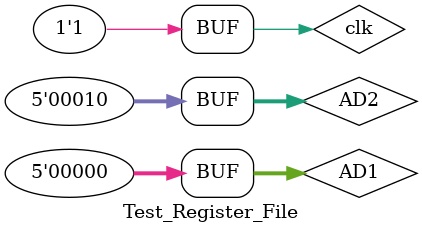
<source format=sv>
`timescale 1ns / 1ps


module Test_Register_File();

logic clk;
logic [4:0] AD1;
logic [4:0] AD2;
logic WE;
logic [4:0] AD3;
logic [31:0] WD3;
logic [31:0] RD1;
logic [31:0] RD2;

Register_File DUT(clk, AD1, AD2, WE, AD3, WD3, RD1, RD2);

always begin
clk = 0; #5;
clk = 1; #5;
end 

initial begin
//#12;
//Reset = 1;
//#5;
//Reset = 1'b0;
//#5;
//AD1 = 5'b0;
//#10;
//WE = 1; AD3 = 5'b001; WD3 = 31'b001;
//#10;
//WE = 0; AD1 = 5'b001; 
//#10;
//WE = 1; AD3 = 5'b010; WD3 = 31'b010;
//#10;
//WE = 0; AD2 = 5'b010;

AD1 = 5'b00000; AD2 = 5'b00010;

end

endmodule

</source>
